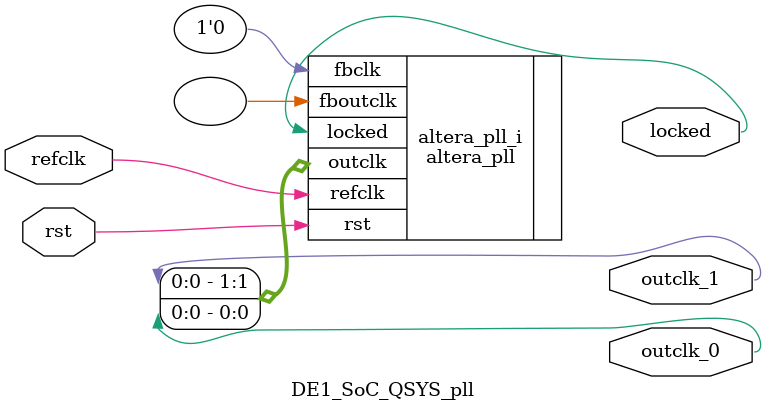
<source format=v>
`timescale 1ns/10ps
module  DE1_SoC_QSYS_pll(

	// interface 'refclk'
	input wire refclk,

	// interface 'reset'
	input wire rst,

	// interface 'outclk0'
	output wire outclk_0,

	// interface 'outclk1'
	output wire outclk_1,

	// interface 'locked'
	output wire locked
);

	altera_pll #(
		.fractional_vco_multiplier("false"),
		.reference_clock_frequency("50.0 MHz"),
		.operation_mode("normal"),
		.number_of_clocks(2),
		.output_clock_frequency0("143.000000 MHz"),
		.phase_shift0("0 ps"),
		.duty_cycle0(50),
		.output_clock_frequency1("143.000000 MHz"),
		.phase_shift1("-3758 ps"),
		.duty_cycle1(50),
		.output_clock_frequency2("0 MHz"),
		.phase_shift2("0 ps"),
		.duty_cycle2(50),
		.output_clock_frequency3("0 MHz"),
		.phase_shift3("0 ps"),
		.duty_cycle3(50),
		.output_clock_frequency4("0 MHz"),
		.phase_shift4("0 ps"),
		.duty_cycle4(50),
		.output_clock_frequency5("0 MHz"),
		.phase_shift5("0 ps"),
		.duty_cycle5(50),
		.output_clock_frequency6("0 MHz"),
		.phase_shift6("0 ps"),
		.duty_cycle6(50),
		.output_clock_frequency7("0 MHz"),
		.phase_shift7("0 ps"),
		.duty_cycle7(50),
		.output_clock_frequency8("0 MHz"),
		.phase_shift8("0 ps"),
		.duty_cycle8(50),
		.output_clock_frequency9("0 MHz"),
		.phase_shift9("0 ps"),
		.duty_cycle9(50),
		.output_clock_frequency10("0 MHz"),
		.phase_shift10("0 ps"),
		.duty_cycle10(50),
		.output_clock_frequency11("0 MHz"),
		.phase_shift11("0 ps"),
		.duty_cycle11(50),
		.output_clock_frequency12("0 MHz"),
		.phase_shift12("0 ps"),
		.duty_cycle12(50),
		.output_clock_frequency13("0 MHz"),
		.phase_shift13("0 ps"),
		.duty_cycle13(50),
		.output_clock_frequency14("0 MHz"),
		.phase_shift14("0 ps"),
		.duty_cycle14(50),
		.output_clock_frequency15("0 MHz"),
		.phase_shift15("0 ps"),
		.duty_cycle15(50),
		.output_clock_frequency16("0 MHz"),
		.phase_shift16("0 ps"),
		.duty_cycle16(50),
		.output_clock_frequency17("0 MHz"),
		.phase_shift17("0 ps"),
		.duty_cycle17(50),
		.pll_type("General"),
		.pll_subtype("General")
	) altera_pll_i (
		.rst	(rst),
		.outclk	({outclk_1, outclk_0}),
		.locked	(locked),
		.fboutclk	( ),
		.fbclk	(1'b0),
		.refclk	(refclk)
	);
endmodule


</source>
